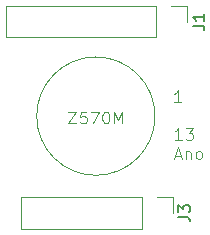
<source format=gbr>
%TF.GenerationSoftware,KiCad,Pcbnew,8.0.3*%
%TF.CreationDate,2024-07-18T23:11:51+02:00*%
%TF.ProjectId,Z570M_patice,5a353730-4d5f-4706-9174-6963652e6b69,rev?*%
%TF.SameCoordinates,Original*%
%TF.FileFunction,Legend,Top*%
%TF.FilePolarity,Positive*%
%FSLAX46Y46*%
G04 Gerber Fmt 4.6, Leading zero omitted, Abs format (unit mm)*
G04 Created by KiCad (PCBNEW 8.0.3) date 2024-07-18 23:11:51*
%MOMM*%
%LPD*%
G01*
G04 APERTURE LIST*
%ADD10C,0.100000*%
%ADD11C,0.150000*%
%ADD12C,0.120000*%
G04 APERTURE END LIST*
D10*
X152608646Y-99572419D02*
X153275312Y-99572419D01*
X153275312Y-99572419D02*
X152608646Y-100572419D01*
X152608646Y-100572419D02*
X153275312Y-100572419D01*
X154132455Y-99572419D02*
X153656265Y-99572419D01*
X153656265Y-99572419D02*
X153608646Y-100048609D01*
X153608646Y-100048609D02*
X153656265Y-100000990D01*
X153656265Y-100000990D02*
X153751503Y-99953371D01*
X153751503Y-99953371D02*
X153989598Y-99953371D01*
X153989598Y-99953371D02*
X154084836Y-100000990D01*
X154084836Y-100000990D02*
X154132455Y-100048609D01*
X154132455Y-100048609D02*
X154180074Y-100143847D01*
X154180074Y-100143847D02*
X154180074Y-100381942D01*
X154180074Y-100381942D02*
X154132455Y-100477180D01*
X154132455Y-100477180D02*
X154084836Y-100524800D01*
X154084836Y-100524800D02*
X153989598Y-100572419D01*
X153989598Y-100572419D02*
X153751503Y-100572419D01*
X153751503Y-100572419D02*
X153656265Y-100524800D01*
X153656265Y-100524800D02*
X153608646Y-100477180D01*
X154513408Y-99572419D02*
X155180074Y-99572419D01*
X155180074Y-99572419D02*
X154751503Y-100572419D01*
X155751503Y-99572419D02*
X155846741Y-99572419D01*
X155846741Y-99572419D02*
X155941979Y-99620038D01*
X155941979Y-99620038D02*
X155989598Y-99667657D01*
X155989598Y-99667657D02*
X156037217Y-99762895D01*
X156037217Y-99762895D02*
X156084836Y-99953371D01*
X156084836Y-99953371D02*
X156084836Y-100191466D01*
X156084836Y-100191466D02*
X156037217Y-100381942D01*
X156037217Y-100381942D02*
X155989598Y-100477180D01*
X155989598Y-100477180D02*
X155941979Y-100524800D01*
X155941979Y-100524800D02*
X155846741Y-100572419D01*
X155846741Y-100572419D02*
X155751503Y-100572419D01*
X155751503Y-100572419D02*
X155656265Y-100524800D01*
X155656265Y-100524800D02*
X155608646Y-100477180D01*
X155608646Y-100477180D02*
X155561027Y-100381942D01*
X155561027Y-100381942D02*
X155513408Y-100191466D01*
X155513408Y-100191466D02*
X155513408Y-99953371D01*
X155513408Y-99953371D02*
X155561027Y-99762895D01*
X155561027Y-99762895D02*
X155608646Y-99667657D01*
X155608646Y-99667657D02*
X155656265Y-99620038D01*
X155656265Y-99620038D02*
X155751503Y-99572419D01*
X156513408Y-100572419D02*
X156513408Y-99572419D01*
X156513408Y-99572419D02*
X156846741Y-100286704D01*
X156846741Y-100286704D02*
X157180074Y-99572419D01*
X157180074Y-99572419D02*
X157180074Y-100572419D01*
X162227693Y-101962475D02*
X161656265Y-101962475D01*
X161941979Y-101962475D02*
X161941979Y-100962475D01*
X161941979Y-100962475D02*
X161846741Y-101105332D01*
X161846741Y-101105332D02*
X161751503Y-101200570D01*
X161751503Y-101200570D02*
X161656265Y-101248189D01*
X162561027Y-100962475D02*
X163180074Y-100962475D01*
X163180074Y-100962475D02*
X162846741Y-101343427D01*
X162846741Y-101343427D02*
X162989598Y-101343427D01*
X162989598Y-101343427D02*
X163084836Y-101391046D01*
X163084836Y-101391046D02*
X163132455Y-101438665D01*
X163132455Y-101438665D02*
X163180074Y-101533903D01*
X163180074Y-101533903D02*
X163180074Y-101771998D01*
X163180074Y-101771998D02*
X163132455Y-101867236D01*
X163132455Y-101867236D02*
X163084836Y-101914856D01*
X163084836Y-101914856D02*
X162989598Y-101962475D01*
X162989598Y-101962475D02*
X162703884Y-101962475D01*
X162703884Y-101962475D02*
X162608646Y-101914856D01*
X162608646Y-101914856D02*
X162561027Y-101867236D01*
X161656265Y-103286704D02*
X162132455Y-103286704D01*
X161561027Y-103572419D02*
X161894360Y-102572419D01*
X161894360Y-102572419D02*
X162227693Y-103572419D01*
X162561027Y-102905752D02*
X162561027Y-103572419D01*
X162561027Y-103000990D02*
X162608646Y-102953371D01*
X162608646Y-102953371D02*
X162703884Y-102905752D01*
X162703884Y-102905752D02*
X162846741Y-102905752D01*
X162846741Y-102905752D02*
X162941979Y-102953371D01*
X162941979Y-102953371D02*
X162989598Y-103048609D01*
X162989598Y-103048609D02*
X162989598Y-103572419D01*
X163608646Y-103572419D02*
X163513408Y-103524800D01*
X163513408Y-103524800D02*
X163465789Y-103477180D01*
X163465789Y-103477180D02*
X163418170Y-103381942D01*
X163418170Y-103381942D02*
X163418170Y-103096228D01*
X163418170Y-103096228D02*
X163465789Y-103000990D01*
X163465789Y-103000990D02*
X163513408Y-102953371D01*
X163513408Y-102953371D02*
X163608646Y-102905752D01*
X163608646Y-102905752D02*
X163751503Y-102905752D01*
X163751503Y-102905752D02*
X163846741Y-102953371D01*
X163846741Y-102953371D02*
X163894360Y-103000990D01*
X163894360Y-103000990D02*
X163941979Y-103096228D01*
X163941979Y-103096228D02*
X163941979Y-103381942D01*
X163941979Y-103381942D02*
X163894360Y-103477180D01*
X163894360Y-103477180D02*
X163846741Y-103524800D01*
X163846741Y-103524800D02*
X163751503Y-103572419D01*
X163751503Y-103572419D02*
X163608646Y-103572419D01*
X162177693Y-98772419D02*
X161606265Y-98772419D01*
X161891979Y-98772419D02*
X161891979Y-97772419D01*
X161891979Y-97772419D02*
X161796741Y-97915276D01*
X161796741Y-97915276D02*
X161701503Y-98010514D01*
X161701503Y-98010514D02*
X161606265Y-98058133D01*
D11*
X161909819Y-108483333D02*
X162624104Y-108483333D01*
X162624104Y-108483333D02*
X162766961Y-108530952D01*
X162766961Y-108530952D02*
X162862200Y-108626190D01*
X162862200Y-108626190D02*
X162909819Y-108769047D01*
X162909819Y-108769047D02*
X162909819Y-108864285D01*
X161909819Y-108102380D02*
X161909819Y-107483333D01*
X161909819Y-107483333D02*
X162290771Y-107816666D01*
X162290771Y-107816666D02*
X162290771Y-107673809D01*
X162290771Y-107673809D02*
X162338390Y-107578571D01*
X162338390Y-107578571D02*
X162386009Y-107530952D01*
X162386009Y-107530952D02*
X162481247Y-107483333D01*
X162481247Y-107483333D02*
X162719342Y-107483333D01*
X162719342Y-107483333D02*
X162814580Y-107530952D01*
X162814580Y-107530952D02*
X162862200Y-107578571D01*
X162862200Y-107578571D02*
X162909819Y-107673809D01*
X162909819Y-107673809D02*
X162909819Y-107959523D01*
X162909819Y-107959523D02*
X162862200Y-108054761D01*
X162862200Y-108054761D02*
X162814580Y-108102380D01*
X163134819Y-92283333D02*
X163849104Y-92283333D01*
X163849104Y-92283333D02*
X163991961Y-92330952D01*
X163991961Y-92330952D02*
X164087200Y-92426190D01*
X164087200Y-92426190D02*
X164134819Y-92569047D01*
X164134819Y-92569047D02*
X164134819Y-92664285D01*
X164134819Y-91283333D02*
X164134819Y-91854761D01*
X164134819Y-91569047D02*
X163134819Y-91569047D01*
X163134819Y-91569047D02*
X163277676Y-91664285D01*
X163277676Y-91664285D02*
X163372914Y-91759523D01*
X163372914Y-91759523D02*
X163420533Y-91854761D01*
D12*
%TO.C,J3*%
X161455000Y-106820000D02*
X161455000Y-108150000D01*
X160125000Y-106820000D02*
X161455000Y-106820000D01*
X158855000Y-106820000D02*
X148635000Y-106820000D01*
X158855000Y-106820000D02*
X158855000Y-109480000D01*
X148635000Y-106820000D02*
X148635000Y-109480000D01*
X158855000Y-109480000D02*
X148635000Y-109480000D01*
%TO.C,J1*%
X162680000Y-90620000D02*
X162680000Y-91950000D01*
X161350000Y-90620000D02*
X162680000Y-90620000D01*
X160080000Y-90620000D02*
X147320000Y-90620000D01*
X160080000Y-90620000D02*
X160080000Y-93280000D01*
X147320000Y-90620000D02*
X147320000Y-93280000D01*
X160080000Y-93280000D02*
X147320000Y-93280000D01*
D10*
%TO.C,U1*%
X159959361Y-99950000D02*
G75*
G02*
X149940639Y-99950000I-5009361J0D01*
G01*
X149940639Y-99950000D02*
G75*
G02*
X159959361Y-99950000I5009361J0D01*
G01*
%TD*%
M02*

</source>
